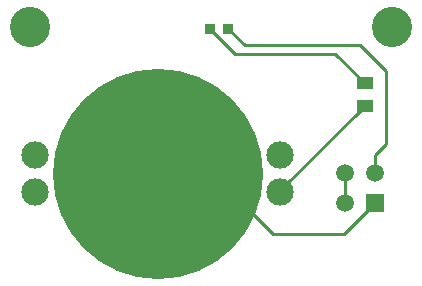
<source format=gtl>
G04*
G04 #@! TF.GenerationSoftware,Altium Limited,Altium Designer,18.1.7 (191)*
G04*
G04 Layer_Physical_Order=1*
G04 Layer_Color=255*
%FSLAX23Y23*%
%MOIN*%
G70*
G01*
G75*
%ADD12C,0.010*%
%ADD15R,0.035X0.037*%
%ADD16R,0.057X0.039*%
%ADD17C,0.701*%
%ADD25C,0.134*%
%ADD26C,0.059*%
%ADD27R,0.059X0.059*%
%ADD28C,0.091*%
D12*
X3457Y4060D02*
X3555Y3962D01*
X3124Y4060D02*
X3457D01*
X3039Y4145D02*
X3124Y4060D01*
X3101Y4145D02*
X3156Y4090D01*
X3540D01*
X3625Y4005D01*
Y3760D02*
Y4005D01*
X3590Y3725D02*
X3625Y3760D01*
X3590Y3665D02*
Y3725D01*
X3274Y3601D02*
Y3607D01*
X3555Y3888D01*
X3490Y3565D02*
Y3665D01*
X3485Y3460D02*
X3590Y3565D01*
X3250Y3460D02*
X3485D01*
X3050Y3660D02*
X3250Y3460D01*
X2865Y3660D02*
X3050D01*
D15*
X3101Y4145D02*
D03*
X3039D02*
D03*
D16*
X3555Y3962D02*
D03*
Y3888D02*
D03*
D17*
X2865Y3660D02*
D03*
D25*
X3645Y4150D02*
D03*
X2440D02*
D03*
D26*
X3490Y3665D02*
D03*
X3590D02*
D03*
X3490Y3565D02*
D03*
D27*
X3590D02*
D03*
D28*
X3274Y3601D02*
D03*
Y3723D02*
D03*
X2456D02*
D03*
Y3601D02*
D03*
M02*

</source>
